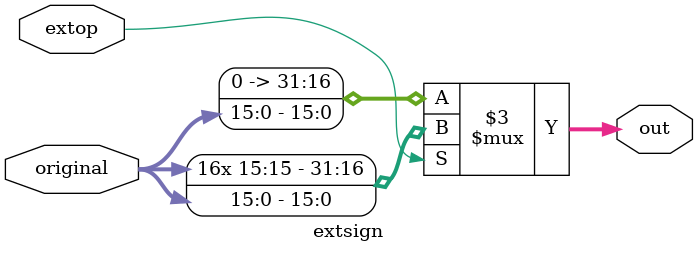
<source format=v>
`timescale 1ns / 1ps

module extsign(
    input extop,
    input [15:0] original,
    output reg [31:0] out
);
    always @(*) begin
        if (extop)
            out = { {16{original[15]}}, original };
        else
            out = { 16'h0000, original };
    end
endmodule

</source>
